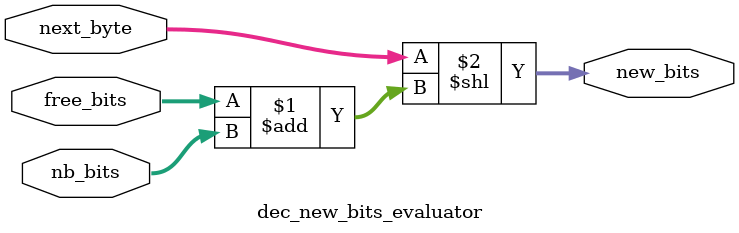
<source format=v>
`timescale 1ns / 1ps


module dec_new_bits_evaluator(
    input [7:0] next_byte,
    input [2:0] free_bits,
    input [2:0] nb_bits,
    output [15:0] new_bits
    );
    
    //free_bits are always between 0 and 7
    assign new_bits = next_byte << (free_bits + nb_bits);
        
endmodule

</source>
